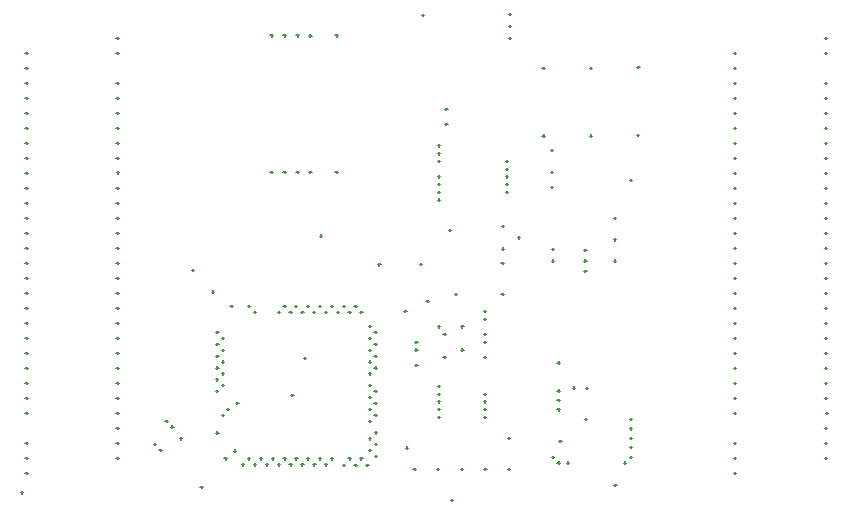
<source format=gbr>
%TF.GenerationSoftware,Altium Limited,Altium Designer,20.0.13 (296)*%
G04 Layer_Color=128*
%FSLAX26Y26*%
%MOIN*%
%TF.FileFunction,Drillmap*%
%TF.Part,Single*%
G01*
G75*
%TA.AperFunction,NonConductor*%
%ADD93C,0.005000*%
D93*
X2062992Y346457D02*
X2070866D01*
X2066929Y342520D02*
Y350394D01*
X2017716Y169291D02*
X2025591D01*
X2021653Y165354D02*
Y173228D01*
X1165354Y444882D02*
X1173228D01*
X1169291Y440945D02*
Y448819D01*
X1124016Y322835D02*
X1131890D01*
X1127953Y318898D02*
Y326772D01*
X1141535Y1520472D02*
X1149409D01*
X1145473Y1516535D02*
Y1524409D01*
X1271457Y1520472D02*
X1279331D01*
X1275394Y1516535D02*
Y1524409D01*
X1184055Y1519685D02*
X1191929D01*
X1187992Y1515748D02*
Y1523622D01*
X1098228Y1520472D02*
X1106102D01*
X1102165Y1516535D02*
Y1524409D01*
X1054921Y1520472D02*
X1062795D01*
X1058858Y1516535D02*
Y1524409D01*
X1850000Y1512402D02*
X1857874D01*
X1853937Y1508465D02*
Y1516339D01*
X1850000Y1552067D02*
X1857874D01*
X1853937Y1548130D02*
Y1556004D01*
X1961811Y1411614D02*
X1969685D01*
X1965748Y1407677D02*
Y1415551D01*
X1850000Y1591732D02*
X1857874D01*
X1853937Y1587795D02*
Y1595669D01*
X2277559Y1415355D02*
X2285433D01*
X2281496Y1411418D02*
Y1419292D01*
X2119291Y1411614D02*
X2127165D01*
X2123228Y1407677D02*
Y1415551D01*
X541339Y912402D02*
X549213D01*
X545276Y908465D02*
Y916339D01*
X1840551Y1075787D02*
X1848425D01*
X1844488Y1071851D02*
Y1079725D01*
X223425Y-2953D02*
X231299D01*
X227362Y-6890D02*
Y984D01*
X821850Y15748D02*
X829724D01*
X825787Y11811D02*
Y19685D01*
X933071Y136811D02*
X940945D01*
X937008Y132874D02*
Y140748D01*
X1414370Y756890D02*
X1422244D01*
X1418307Y752953D02*
Y760827D01*
X1220472Y853346D02*
X1228346D01*
X1224409Y849409D02*
Y857284D01*
X859252Y666339D02*
X867126D01*
X863189Y662402D02*
Y670276D01*
X793307Y738189D02*
X801181D01*
X797244Y734252D02*
Y742126D01*
X2101181Y805118D02*
X2109055D01*
X2105118Y801181D02*
Y809055D01*
X1354331Y598465D02*
X1362205D01*
X1358268Y594528D02*
Y602402D01*
X1553150Y758465D02*
X1561024D01*
X1557087Y754528D02*
Y762402D01*
X1655512Y-27559D02*
X1663386D01*
X1659449Y-31496D02*
Y-23622D01*
X1688976Y74567D02*
X1696850D01*
X1692913Y70630D02*
Y78504D01*
X1537402Y499016D02*
X1545276D01*
X1541339Y495079D02*
Y502953D01*
X1537402Y473425D02*
X1545276D01*
X1541339Y469488D02*
Y477362D01*
X1537402Y422244D02*
X1545276D01*
X1541339Y418307D02*
Y426181D01*
X1574803Y634252D02*
X1582677D01*
X1578740Y630315D02*
Y638189D01*
X1054921Y1065000D02*
X1062795D01*
X1058858Y1061063D02*
Y1068937D01*
X1184055Y1065787D02*
X1191929D01*
X1187992Y1061850D02*
Y1069724D01*
X1271457Y1065000D02*
X1279331D01*
X1275394Y1061063D02*
Y1068937D01*
X1141536Y1065000D02*
X1149410D01*
X1145473Y1061063D02*
Y1068937D01*
X1098228Y1065000D02*
X1106102D01*
X1102166Y1061063D02*
Y1068937D01*
X1637795Y1224213D02*
X1645669D01*
X1641732Y1220276D02*
Y1228150D01*
X1637795Y1274606D02*
X1645669D01*
X1641732Y1270669D02*
Y1278543D01*
X2200787Y21654D02*
X2208662D01*
X2204724Y17716D02*
Y25590D01*
X2232284Y96457D02*
X2240157D01*
X2236220Y92520D02*
Y100394D01*
X2251968Y116142D02*
X2259843D01*
X2255905Y112205D02*
Y120079D01*
X2102362Y242126D02*
X2110236D01*
X2106299Y238189D02*
Y246063D01*
X1765748Y447835D02*
X1773622D01*
X1769685Y443898D02*
Y451772D01*
X1765748Y499016D02*
X1773622D01*
X1769685Y495079D02*
Y502953D01*
X1765748Y524606D02*
X1773622D01*
X1769685Y520669D02*
Y528543D01*
X1765748Y601378D02*
X1773622D01*
X1769685Y597441D02*
Y605315D01*
X1765748Y575787D02*
X1773622D01*
X1769685Y571850D02*
Y579724D01*
X1824803Y761811D02*
X1832677D01*
X1828740Y757874D02*
Y765748D01*
X1403780Y196850D02*
X1411654D01*
X1407717Y192913D02*
Y200787D01*
X1381929Y236220D02*
X1389803D01*
X1385866Y232284D02*
Y240157D01*
X1403780Y157480D02*
X1411654D01*
X1407717Y153543D02*
Y161417D01*
X1381929Y275591D02*
X1389803D01*
X1385866Y271654D02*
Y279528D01*
X1559469Y1587992D02*
X1567343D01*
X1563406Y1584055D02*
Y1591929D01*
X1840551Y1101378D02*
X1848425D01*
X1844488Y1097441D02*
Y1105315D01*
X1612205Y1153543D02*
X1620079D01*
X1616142Y1149606D02*
Y1157480D01*
X1669291Y658858D02*
X1677165D01*
X1673228Y654921D02*
Y662795D01*
X1649606Y871063D02*
X1657480D01*
X1653543Y867126D02*
Y875000D01*
X1880315Y847244D02*
X1888189D01*
X1884252Y843307D02*
Y851181D01*
X1824803Y658858D02*
X1832677D01*
X1828740Y654921D02*
Y662795D01*
X1500984Y601378D02*
X1508858D01*
X1504921Y597441D02*
Y605315D01*
X1505906Y146654D02*
X1513780D01*
X1509842Y142717D02*
Y150591D01*
X1846457Y177461D02*
X1854331D01*
X1850394Y173524D02*
Y181398D01*
X2106299Y345472D02*
X2114173D01*
X2110236Y341535D02*
Y349409D01*
X2199803Y911417D02*
X2207677D01*
X2203740Y907480D02*
Y915354D01*
X2199803Y840551D02*
X2207677D01*
X2203740Y836614D02*
Y844488D01*
X2199803Y769685D02*
X2207677D01*
X2203740Y765748D02*
Y773622D01*
X1992126Y770079D02*
X2000000D01*
X1996063Y766142D02*
Y774016D01*
X1992126Y807480D02*
X2000000D01*
X1996063Y803543D02*
Y811417D01*
X940945Y295276D02*
X948819D01*
X944882Y291339D02*
Y299213D01*
X901575Y110197D02*
X909449D01*
X905512Y106260D02*
Y114134D01*
X1612205Y550197D02*
X1620079D01*
X1616142Y546260D02*
Y554134D01*
X1401575Y255905D02*
X1409449D01*
X1405512Y251969D02*
Y259842D01*
X1846457Y74567D02*
X1854331D01*
X1850394Y70630D02*
Y78504D01*
X1825197Y809843D02*
X1833071D01*
X1829134Y805906D02*
Y813780D01*
X1825197Y884646D02*
X1833071D01*
X1829134Y880709D02*
Y888583D01*
X1840551Y999016D02*
X1848425D01*
X1844488Y995079D02*
Y1002953D01*
X1840551Y1024606D02*
X1848425D01*
X1844488Y1020669D02*
Y1028543D01*
X1840551Y1050197D02*
X1848425D01*
X1844488Y1046260D02*
Y1054134D01*
X2101181Y734252D02*
X2109055D01*
X2105118Y730315D02*
Y738189D01*
X2101181Y769685D02*
X2109055D01*
X2105118Y765748D02*
Y773622D01*
X1767716Y74567D02*
X1775591D01*
X1771653Y70630D02*
Y78504D01*
X1610236Y74567D02*
X1618110D01*
X1614173Y70630D02*
Y78504D01*
X1531496Y74567D02*
X1539370D01*
X1535433Y70630D02*
Y78504D01*
X2251968Y210630D02*
X2259843D01*
X2255905Y206693D02*
Y214567D01*
X2600394Y1112402D02*
X2608268D01*
X2604331Y1108465D02*
Y1116339D01*
X2600394Y1162402D02*
X2608268D01*
X2604331Y1158465D02*
Y1166339D01*
X2600394Y1212402D02*
X2608268D01*
X2604331Y1208465D02*
Y1216339D01*
X1690945Y473425D02*
X1698819D01*
X1694882Y469488D02*
Y477362D01*
X541339Y812402D02*
X549213D01*
X545276Y808465D02*
Y816339D01*
X1255906Y618110D02*
X1263780D01*
X1259843Y614173D02*
Y622047D01*
X541339Y862402D02*
X549213D01*
X545276Y858465D02*
Y866339D01*
X751968Y177165D02*
X759842D01*
X755905Y173228D02*
Y181102D01*
X685039Y137795D02*
X692913D01*
X688976Y133858D02*
Y141732D01*
X665354Y157480D02*
X673228D01*
X669291Y153543D02*
Y161417D01*
X541339Y112402D02*
X549213D01*
X545276Y108465D02*
Y116339D01*
X541311Y262374D02*
X549185D01*
X545248Y258437D02*
Y266311D01*
X541339Y212402D02*
X549213D01*
X545276Y208465D02*
Y216339D01*
X541339Y712402D02*
X549213D01*
X545276Y708465D02*
Y716339D01*
X541339Y762402D02*
X549213D01*
X545276Y758465D02*
Y766339D01*
X541339Y162402D02*
X549213D01*
X545276Y158465D02*
Y166339D01*
X704724Y236220D02*
X712598D01*
X708661Y232284D02*
Y240157D01*
X724409Y216535D02*
X732284D01*
X728346Y212598D02*
Y220472D01*
X238189Y1312402D02*
X246063D01*
X242126Y1308465D02*
Y1316339D01*
X2903543Y1362402D02*
X2911417D01*
X2907480Y1358465D02*
Y1366339D01*
X2903543Y1462402D02*
X2911417D01*
X2907480Y1458465D02*
Y1466339D01*
X1295276Y618110D02*
X1303150D01*
X1299213Y614173D02*
Y622047D01*
X1275591Y598465D02*
X1283465D01*
X1279528Y594528D02*
Y602402D01*
X1381929Y551181D02*
X1389803D01*
X1385866Y547244D02*
Y555118D01*
X1314961Y598465D02*
X1322835D01*
X1318898Y594528D02*
Y602402D01*
X1236220Y598465D02*
X1244094D01*
X1240158Y594528D02*
Y602402D01*
X1690945Y550197D02*
X1698819D01*
X1694882Y546260D02*
Y554134D01*
X1612205Y973425D02*
X1620079D01*
X1616142Y969488D02*
Y977362D01*
X1612205Y999016D02*
X1620079D01*
X1616142Y995079D02*
Y1002953D01*
X1612205Y1024606D02*
X1620079D01*
X1616142Y1020669D02*
Y1028543D01*
X1612205Y1050197D02*
X1620079D01*
X1616142Y1046260D02*
Y1054134D01*
X1612205Y1101378D02*
X1620079D01*
X1616142Y1097441D02*
Y1105315D01*
X1612205Y1126969D02*
X1620079D01*
X1616142Y1123032D02*
Y1130906D01*
X1631850Y447835D02*
X1639724D01*
X1635787Y443898D02*
Y451772D01*
X1631850Y524606D02*
X1639724D01*
X1635787Y520669D02*
Y528543D01*
X2011811Y430118D02*
X2019685D01*
X2015748Y426181D02*
Y434055D01*
X1765748Y274606D02*
X1773622D01*
X1769685Y270669D02*
Y278543D01*
X1765748Y300197D02*
X1773622D01*
X1769685Y296260D02*
Y304134D01*
X1765748Y325787D02*
X1773622D01*
X1769685Y321850D02*
Y329724D01*
X2011772Y305118D02*
X2019646D01*
X2015709Y301181D02*
Y309055D01*
X1765748Y249016D02*
X1773622D01*
X1769685Y245079D02*
Y252953D01*
X1612205Y249016D02*
X1620079D01*
X1616142Y245079D02*
Y252953D01*
X1612205Y274606D02*
X1620079D01*
X1616142Y270669D02*
Y278543D01*
X1612205Y300197D02*
X1620079D01*
X1616142Y296260D02*
Y304134D01*
X1612205Y351378D02*
X1620079D01*
X1616142Y347441D02*
Y355315D01*
X1612205Y325787D02*
X1620079D01*
X1616142Y321850D02*
Y329724D01*
X2600394Y962402D02*
X2608268D01*
X2604331Y958465D02*
Y966339D01*
X2600394Y1012402D02*
X2608268D01*
X2604331Y1008465D02*
Y1016339D01*
X2253937Y1037992D02*
X2261811D01*
X2257874Y1034055D02*
Y1041929D01*
X1990158Y1014764D02*
X1998032D01*
X1994094Y1010827D02*
Y1018701D01*
X1990158Y1064961D02*
X1998032D01*
X1994094Y1061024D02*
Y1068898D01*
X1990158Y1137992D02*
X1998032D01*
X1994094Y1134055D02*
Y1141929D01*
X2119833Y1186270D02*
X2127707D01*
X2123770Y1182332D02*
Y1190207D01*
X1961811Y1186811D02*
X1969685D01*
X1965748Y1182874D02*
Y1190748D01*
X2277313Y1189222D02*
X2285187D01*
X2281250Y1185285D02*
Y1193159D01*
X1992126Y116142D02*
X2000000D01*
X1996063Y112205D02*
Y120079D01*
X2600394Y762402D02*
X2608268D01*
X2604331Y758465D02*
Y766339D01*
X2011772Y336614D02*
X2019646D01*
X2015709Y332677D02*
Y340551D01*
X2011772Y273622D02*
X2019646D01*
X2015709Y269685D02*
Y277559D01*
X2251968Y179134D02*
X2259843D01*
X2255905Y175197D02*
Y183071D01*
X2251968Y147638D02*
X2259843D01*
X2255905Y143701D02*
Y151575D01*
X2600394Y662402D02*
X2608268D01*
X2604331Y658465D02*
Y666339D01*
X2600394Y62402D02*
X2608268D01*
X2604331Y58465D02*
Y66339D01*
X2600394Y112402D02*
X2608268D01*
X2604331Y108465D02*
Y116339D01*
X2600394Y162402D02*
X2608268D01*
X2604331Y158465D02*
Y166339D01*
X2043307Y96457D02*
X2051181D01*
X2047244Y92520D02*
Y100394D01*
X2011811Y96457D02*
X2019685D01*
X2015748Y92520D02*
Y100394D01*
X2251968Y242126D02*
X2259843D01*
X2255905Y238189D02*
Y246063D01*
X2600394Y712402D02*
X2608268D01*
X2604331Y708465D02*
Y716339D01*
X2903543Y762402D02*
X2911417D01*
X2907480Y758465D02*
Y766339D01*
X2903543Y712402D02*
X2911417D01*
X2907480Y708465D02*
Y716339D01*
X874016Y452249D02*
X881890D01*
X877953Y448312D02*
Y456186D01*
X238189Y712402D02*
X246063D01*
X242126Y708465D02*
Y716339D01*
X238161Y762374D02*
X246035D01*
X242098Y758437D02*
Y766311D01*
X874016Y492126D02*
X881890D01*
X877953Y488189D02*
Y496063D01*
X921260Y618110D02*
X929134D01*
X925197Y614173D02*
Y622047D01*
X1078740Y90551D02*
X1086614D01*
X1082677Y86614D02*
Y94488D01*
X1059055Y110197D02*
X1066929D01*
X1062992Y106260D02*
Y114134D01*
X1039877Y90551D02*
X1047751D01*
X1043814Y86614D02*
Y94488D01*
X1019685Y110197D02*
X1027559D01*
X1023622Y106260D02*
Y114134D01*
X1000000Y90551D02*
X1007874D01*
X1003937Y86614D02*
Y94488D01*
X980315Y110197D02*
X988189D01*
X984252Y106260D02*
Y114134D01*
X960630Y90551D02*
X968504D01*
X964567Y86614D02*
Y94488D01*
X238189Y912402D02*
X246063D01*
X242126Y908465D02*
Y916339D01*
X238189Y962402D02*
X246063D01*
X242126Y958465D02*
Y966339D01*
X238189Y1012402D02*
X246063D01*
X242126Y1008465D02*
Y1016339D01*
X238189Y1062402D02*
X246063D01*
X242126Y1058465D02*
Y1066339D01*
X238189Y1112402D02*
X246063D01*
X242126Y1108465D02*
Y1116339D01*
X238189Y1162402D02*
X246063D01*
X242126Y1158465D02*
Y1166339D01*
X238189Y1212402D02*
X246063D01*
X242126Y1208465D02*
Y1216339D01*
X238189Y1262402D02*
X246063D01*
X242126Y1258465D02*
Y1266339D01*
X1255906Y110197D02*
X1263780D01*
X1259843Y106260D02*
Y114134D01*
X1236221Y90551D02*
X1244095D01*
X1240158Y86614D02*
Y94488D01*
X1216535Y110197D02*
X1224409D01*
X1220473Y106260D02*
Y114134D01*
X1197357Y90551D02*
X1205231D01*
X1201294Y86614D02*
Y94488D01*
X1177166Y110197D02*
X1185040D01*
X1181102Y106260D02*
Y114134D01*
X2600394Y612402D02*
X2608268D01*
X2604331Y608465D02*
Y616339D01*
X2600394Y562402D02*
X2608268D01*
X2604331Y558465D02*
Y566339D01*
X2600394Y412402D02*
X2608268D01*
X2604331Y408465D02*
Y416339D01*
X2600394Y462402D02*
X2608268D01*
X2604331Y458465D02*
Y466339D01*
X2600394Y512402D02*
X2608268D01*
X2604331Y508465D02*
Y516339D01*
X2903543Y212402D02*
X2911417D01*
X2907480Y208465D02*
Y216339D01*
X2905512Y262402D02*
X2913386D01*
X2909449Y258465D02*
Y266339D01*
X2903543Y312402D02*
X2911417D01*
X2907480Y308465D02*
Y316339D01*
X2903543Y362402D02*
X2911417D01*
X2907480Y358465D02*
Y366339D01*
X2903543Y412402D02*
X2911417D01*
X2907480Y408465D02*
Y416339D01*
X2903543Y462402D02*
X2911417D01*
X2907480Y458465D02*
Y466339D01*
X2903543Y512402D02*
X2911417D01*
X2907480Y508465D02*
Y516339D01*
X2903543Y562402D02*
X2911417D01*
X2907480Y558465D02*
Y566339D01*
X1000000Y598465D02*
X1007874D01*
X1003937Y594528D02*
Y602402D01*
X1381929Y393701D02*
X1389803D01*
X1385866Y389764D02*
Y397638D01*
X980315Y618110D02*
X988189D01*
X984252Y614173D02*
Y622047D01*
X1334646Y618110D02*
X1342520D01*
X1338583Y614173D02*
Y622047D01*
X1381929Y137795D02*
X1389803D01*
X1385866Y133858D02*
Y141732D01*
X1403780Y118110D02*
X1411654D01*
X1407717Y114173D02*
Y122047D01*
X1381929Y177165D02*
X1389803D01*
X1385866Y173228D02*
Y181102D01*
X1381929Y314961D02*
X1389803D01*
X1385866Y311024D02*
Y318898D01*
X1381929Y354331D02*
X1389803D01*
X1385866Y350394D02*
Y358268D01*
X1401575Y295782D02*
X1409449D01*
X1405512Y291845D02*
Y299719D01*
X1401575Y334646D02*
X1409449D01*
X1405512Y330709D02*
Y338583D01*
X893408Y354584D02*
X901282D01*
X897345Y350647D02*
Y358521D01*
X873763Y373762D02*
X881636D01*
X877699Y369825D02*
Y377699D01*
X873763Y334899D02*
X881636D01*
X877699Y330962D02*
Y338836D01*
X874016Y413386D02*
X881890D01*
X877953Y409449D02*
Y417323D01*
X874016Y531496D02*
X881890D01*
X877953Y527559D02*
Y535433D01*
X893661Y393701D02*
X901535D01*
X897598Y389764D02*
Y397638D01*
X893661Y433071D02*
X901535D01*
X897598Y429134D02*
Y437008D01*
X893661Y472441D02*
X901535D01*
X897598Y468504D02*
Y476378D01*
X893661Y511811D02*
X901535D01*
X897598Y507874D02*
Y515748D01*
X874016Y196344D02*
X881890D01*
X877953Y192407D02*
Y200281D01*
X909449Y275591D02*
X917323D01*
X913386Y271654D02*
Y279527D01*
X893701Y255905D02*
X901575D01*
X897638Y251968D02*
Y259842D01*
X1118110Y90551D02*
X1125984D01*
X1122047Y86614D02*
Y94488D01*
X1137795Y110197D02*
X1145669D01*
X1141732Y106260D02*
Y114134D01*
X1157480Y90551D02*
X1165354D01*
X1161417Y86614D02*
Y94488D01*
X1098425Y110197D02*
X1106299D01*
X1102362Y106260D02*
Y114134D01*
X1401575Y531496D02*
X1409449D01*
X1405512Y527559D02*
Y535433D01*
X1401575Y492633D02*
X1409449D01*
X1405512Y488696D02*
Y496570D01*
X1401575Y413386D02*
X1409449D01*
X1405512Y409449D02*
Y417323D01*
X1381929Y511811D02*
X1389803D01*
X1385866Y507874D02*
Y515748D01*
X1381929Y472441D02*
X1389803D01*
X1385866Y468504D02*
Y476378D01*
X1381929Y433071D02*
X1389803D01*
X1385866Y429134D02*
Y437008D01*
X1401575Y452756D02*
X1409449D01*
X1405512Y448819D02*
Y456693D01*
X1177165Y618110D02*
X1185039D01*
X1181102Y614173D02*
Y622047D01*
X1196850Y598465D02*
X1204724D01*
X1200787Y594528D02*
Y602402D01*
X1157480Y598465D02*
X1165354D01*
X1161417Y594528D02*
Y602402D01*
X1118110Y598465D02*
X1125984D01*
X1122047Y594528D02*
Y602402D01*
X1078740Y598465D02*
X1086614D01*
X1082677Y594528D02*
Y602402D01*
X238189Y62402D02*
X246063D01*
X242126Y58465D02*
Y66339D01*
X238189Y112402D02*
X246063D01*
X242126Y108465D02*
Y116339D01*
X238189Y162402D02*
X246063D01*
X242126Y158465D02*
Y166339D01*
X541339Y312402D02*
X549213D01*
X545276Y308465D02*
Y316339D01*
X541339Y362402D02*
X549213D01*
X545276Y358465D02*
Y366339D01*
X541339Y412402D02*
X549213D01*
X545276Y408465D02*
Y416339D01*
X541339Y462402D02*
X549213D01*
X545276Y458465D02*
Y466339D01*
X541339Y512402D02*
X549213D01*
X545276Y508465D02*
Y516339D01*
X541339Y562402D02*
X549213D01*
X545276Y558465D02*
Y566339D01*
X541339Y1162401D02*
X549213D01*
X545276Y1158464D02*
Y1166338D01*
X541339Y1212401D02*
X549213D01*
X545276Y1208464D02*
Y1216338D01*
X541339Y1262401D02*
X549213D01*
X545276Y1258464D02*
Y1266338D01*
X541339Y1312401D02*
X549213D01*
X545276Y1308464D02*
Y1316338D01*
X238189Y262402D02*
X246063D01*
X242126Y258465D02*
Y266339D01*
X238189Y512402D02*
X246063D01*
X242126Y508465D02*
Y516339D01*
X2600394Y312402D02*
X2608268D01*
X2604331Y308465D02*
Y316339D01*
X2600394Y362402D02*
X2608268D01*
X2604331Y358465D02*
Y366339D01*
X2600394Y1362402D02*
X2608268D01*
X2604331Y1358465D02*
Y1366339D01*
X2600394Y1262402D02*
X2608268D01*
X2604331Y1258465D02*
Y1266339D01*
X2903543Y612402D02*
X2911417D01*
X2907480Y608465D02*
Y616339D01*
X1216535Y618110D02*
X1224409D01*
X1220473Y614173D02*
Y622047D01*
X1137289Y618110D02*
X1145163D01*
X1141226Y614173D02*
Y622047D01*
X1098425Y618110D02*
X1106299D01*
X1102362Y614173D02*
Y622047D01*
X1374016Y88346D02*
X1381890D01*
X1377953Y84409D02*
Y92283D01*
X1334646Y88346D02*
X1342520D01*
X1338583Y84409D02*
Y92283D01*
X1354331Y110197D02*
X1362205D01*
X1358268Y106260D02*
Y114134D01*
X541339Y1112401D02*
X549213D01*
X545276Y1108465D02*
Y1116339D01*
X542528Y1063590D02*
X550402D01*
X546465Y1059653D02*
Y1067527D01*
X238189Y312402D02*
X246063D01*
X242126Y308465D02*
Y316339D01*
X1314961Y110197D02*
X1322835D01*
X1318898Y106260D02*
Y114134D01*
X1295276Y88346D02*
X1303150D01*
X1299213Y84409D02*
Y92283D01*
X541339Y612402D02*
X549213D01*
X545276Y608465D02*
Y616339D01*
X541339Y662402D02*
X549213D01*
X545276Y658465D02*
Y666339D01*
X541339Y962402D02*
X549213D01*
X545276Y958465D02*
Y966339D01*
X541339Y1012402D02*
X549213D01*
X545276Y1008465D02*
Y1016339D01*
X541339Y1362401D02*
X549213D01*
X545276Y1358464D02*
Y1366338D01*
X541339Y1462402D02*
X549213D01*
X545276Y1458465D02*
Y1466339D01*
X541339Y1512402D02*
X549213D01*
X545276Y1508465D02*
Y1516339D01*
X238189Y1462402D02*
X246063D01*
X242126Y1458465D02*
Y1466339D01*
X238189Y1412402D02*
X246063D01*
X242126Y1408465D02*
Y1416339D01*
X238189Y1362402D02*
X246063D01*
X242126Y1358465D02*
Y1366339D01*
X238189Y862402D02*
X246063D01*
X242126Y858465D02*
Y866339D01*
X238189Y812402D02*
X246063D01*
X242126Y808465D02*
Y816339D01*
X238189Y662402D02*
X246063D01*
X242126Y658465D02*
Y666339D01*
X238189Y612402D02*
X246063D01*
X242126Y608465D02*
Y616339D01*
X238189Y562402D02*
X246063D01*
X242126Y558465D02*
Y566339D01*
X238189Y462402D02*
X246063D01*
X242126Y458465D02*
Y466339D01*
X238189Y412402D02*
X246063D01*
X242126Y408465D02*
Y416339D01*
X238189Y362402D02*
X246063D01*
X242126Y358465D02*
Y366339D01*
X2600394Y262402D02*
X2608268D01*
X2604331Y258465D02*
Y266339D01*
X2600394Y812402D02*
X2608268D01*
X2604331Y808465D02*
Y816339D01*
X2600394Y862402D02*
X2608268D01*
X2604331Y858465D02*
Y866339D01*
X2600394Y912402D02*
X2608268D01*
X2604331Y908465D02*
Y916339D01*
X2600394Y1062402D02*
X2608268D01*
X2604331Y1058465D02*
Y1066339D01*
X2600394Y1312402D02*
X2608268D01*
X2604331Y1308465D02*
Y1316339D01*
X2600394Y1412402D02*
X2608268D01*
X2604331Y1408465D02*
Y1416339D01*
X2600394Y1462402D02*
X2608268D01*
X2604331Y1458465D02*
Y1466339D01*
X2903543Y1512402D02*
X2911417D01*
X2907480Y1508465D02*
Y1516339D01*
X2903543Y112402D02*
X2911417D01*
X2907480Y108465D02*
Y116339D01*
X2903543Y162402D02*
X2911417D01*
X2907480Y158465D02*
Y166339D01*
X2903543Y662402D02*
X2911417D01*
X2907480Y658465D02*
Y666339D01*
X2903543Y812402D02*
X2911417D01*
X2907480Y808465D02*
Y816339D01*
X2903543Y862402D02*
X2911417D01*
X2907480Y858465D02*
Y866339D01*
X2903543Y912402D02*
X2911417D01*
X2907480Y908465D02*
Y916339D01*
X2903543Y962402D02*
X2911417D01*
X2907480Y958465D02*
Y966339D01*
X2903543Y1012402D02*
X2911417D01*
X2907480Y1008465D02*
Y1016339D01*
X2903543Y1062402D02*
X2911417D01*
X2907480Y1058465D02*
Y1066339D01*
X2903543Y1112402D02*
X2911417D01*
X2907480Y1108465D02*
Y1116339D01*
X2903543Y1162402D02*
X2911417D01*
X2907480Y1158465D02*
Y1166339D01*
X2903543Y1212402D02*
X2911417D01*
X2907480Y1208465D02*
Y1216339D01*
X2903543Y1262402D02*
X2911417D01*
X2907480Y1258465D02*
Y1266339D01*
X2903543Y1312402D02*
X2911417D01*
X2907480Y1308465D02*
Y1316339D01*
%TF.MD5,1de57d61d0261e57d85dcf0c2fc19ec6*%
M02*

</source>
